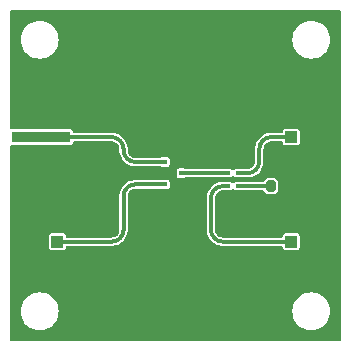
<source format=gbr>
%TF.GenerationSoftware,KiCad,Pcbnew,(7.0.0)*%
%TF.CreationDate,2023-03-22T16:07:59+00:00*%
%TF.ProjectId,B3LPD,42334c50-442e-46b6-9963-61645f706362,rev?*%
%TF.SameCoordinates,Original*%
%TF.FileFunction,Copper,L1,Top*%
%TF.FilePolarity,Positive*%
%FSLAX46Y46*%
G04 Gerber Fmt 4.6, Leading zero omitted, Abs format (unit mm)*
G04 Created by KiCad (PCBNEW (7.0.0)) date 2023-03-22 16:07:59*
%MOMM*%
%LPD*%
G01*
G04 APERTURE LIST*
G04 Aperture macros list*
%AMRoundRect*
0 Rectangle with rounded corners*
0 $1 Rounding radius*
0 $2 $3 $4 $5 $6 $7 $8 $9 X,Y pos of 4 corners*
0 Add a 4 corners polygon primitive as box body*
4,1,4,$2,$3,$4,$5,$6,$7,$8,$9,$2,$3,0*
0 Add four circle primitives for the rounded corners*
1,1,$1+$1,$2,$3*
1,1,$1+$1,$4,$5*
1,1,$1+$1,$6,$7*
1,1,$1+$1,$8,$9*
0 Add four rect primitives between the rounded corners*
20,1,$1+$1,$2,$3,$4,$5,0*
20,1,$1+$1,$4,$5,$6,$7,0*
20,1,$1+$1,$6,$7,$8,$9,0*
20,1,$1+$1,$8,$9,$2,$3,0*%
%AMOutline5P*
0 Free polygon, 5 corners , with rotation*
0 The origin of the aperture is its center*
0 number of corners: always 5*
0 $1 to $10 corner X, Y*
0 $11 Rotation angle, in degrees counterclockwise*
0 create outline with 5 corners*
4,1,5,$1,$2,$3,$4,$5,$6,$7,$8,$9,$10,$1,$2,$11*%
%AMOutline6P*
0 Free polygon, 6 corners , with rotation*
0 The origin of the aperture is its center*
0 number of corners: always 6*
0 $1 to $12 corner X, Y*
0 $13 Rotation angle, in degrees counterclockwise*
0 create outline with 6 corners*
4,1,6,$1,$2,$3,$4,$5,$6,$7,$8,$9,$10,$11,$12,$1,$2,$13*%
%AMOutline7P*
0 Free polygon, 7 corners , with rotation*
0 The origin of the aperture is its center*
0 number of corners: always 7*
0 $1 to $14 corner X, Y*
0 $15 Rotation angle, in degrees counterclockwise*
0 create outline with 7 corners*
4,1,7,$1,$2,$3,$4,$5,$6,$7,$8,$9,$10,$11,$12,$13,$14,$1,$2,$15*%
%AMOutline8P*
0 Free polygon, 8 corners , with rotation*
0 The origin of the aperture is its center*
0 number of corners: always 8*
0 $1 to $16 corner X, Y*
0 $17 Rotation angle, in degrees counterclockwise*
0 create outline with 8 corners*
4,1,8,$1,$2,$3,$4,$5,$6,$7,$8,$9,$10,$11,$12,$13,$14,$15,$16,$1,$2,$17*%
G04 Aperture macros list end*
%TA.AperFunction,SMDPad,CuDef*%
%ADD10R,1.000000X1.000000*%
%TD*%
%TA.AperFunction,SMDPad,CuDef*%
%ADD11R,2.200000X1.050000*%
%TD*%
%TA.AperFunction,SMDPad,CuDef*%
%ADD12RoundRect,0.200000X-0.200000X-0.275000X0.200000X-0.275000X0.200000X0.275000X-0.200000X0.275000X0*%
%TD*%
%TA.AperFunction,SMDPad,CuDef*%
%ADD13R,5.000000X0.900000*%
%TD*%
%TA.AperFunction,SMDPad,CuDef*%
%ADD14R,5.000000X1.400000*%
%TD*%
%TA.AperFunction,SMDPad,CuDef*%
%ADD15R,0.400000X0.400000*%
%TD*%
%TA.AperFunction,SMDPad,CuDef*%
%ADD16Outline5P,-0.053500X0.428600X-0.032100X0.450000X0.053500X0.450000X0.053500X-0.450000X-0.053500X-0.450000X0.000000*%
%TD*%
%TA.AperFunction,SMDPad,CuDef*%
%ADD17R,0.500000X0.300000*%
%TD*%
%TA.AperFunction,ViaPad*%
%ADD18C,0.500000*%
%TD*%
%TA.AperFunction,ViaPad*%
%ADD19C,0.800000*%
%TD*%
%TA.AperFunction,Conductor*%
%ADD20C,0.300000*%
%TD*%
G04 APERTURE END LIST*
D10*
%TO.P,J4,1,In*%
%TO.N,Net-(J4-In)*%
X117499999Y-86549999D03*
D11*
%TO.P,J4,2,Ext*%
%TO.N,GND*%
X118899999Y-88024999D03*
X118999999Y-85074999D03*
%TD*%
D10*
%TO.P,J3,1,In*%
%TO.N,Net-(J3-In)*%
X117499999Y-95399999D03*
D11*
%TO.P,J3,2,Ext*%
%TO.N,GND*%
X118899999Y-96874999D03*
X118999999Y-93924999D03*
%TD*%
D12*
%TO.P,R1,1*%
%TO.N,Net-(U2-TERM)*%
X115775000Y-90700000D03*
%TO.P,R1,2*%
%TO.N,GND*%
X117425000Y-90700000D03*
%TD*%
D13*
%TO.P,J1,1,In*%
%TO.N,Net-(J1-In)*%
X96299999Y-86549999D03*
D14*
%TO.P,J1,2,Ext*%
%TO.N,GND*%
X96299999Y-82299999D03*
X96299999Y-90799999D03*
%TD*%
D10*
%TO.P,J2,1,In*%
%TO.N,Net-(J2-In)*%
X97699999Y-95399999D03*
D11*
%TO.P,J2,2,Ext*%
%TO.N,GND*%
X96299999Y-93924999D03*
X96199999Y-96874999D03*
%TD*%
D15*
%TO.P,U1,1,B3_DL*%
%TO.N,Net-(J1-In)*%
X106799999Y-88649999D03*
%TO.P,U1,2,GND*%
%TO.N,GND*%
X106799999Y-89599999D03*
%TO.P,U1,3,B3_UL*%
%TO.N,Net-(J2-In)*%
X106799999Y-90549999D03*
%TO.P,U1,4,GND*%
%TO.N,GND*%
X107499999Y-90549999D03*
%TO.P,U1,5,GND*%
X108199999Y-90549999D03*
%TO.P,U1,6,ANT*%
%TO.N,Net-(U1-ANT)*%
X108199999Y-89599999D03*
%TO.P,U1,7,GND*%
%TO.N,GND*%
X108199999Y-88649999D03*
%TO.P,U1,8,GND*%
X107499999Y-88649999D03*
D16*
%TO.P,U1,9,GND*%
X107499999Y-89599999D03*
%TD*%
D17*
%TO.P,U2,1,IN*%
%TO.N,Net-(U1-ANT)*%
X112099999Y-89599999D03*
%TO.P,U2,2,GND*%
%TO.N,GND*%
X112099999Y-90149999D03*
%TO.P,U2,3,OUT*%
%TO.N,Net-(J3-In)*%
X112099999Y-90699999D03*
%TO.P,U2,4,TERM*%
%TO.N,Net-(U2-TERM)*%
X113099999Y-90699999D03*
%TO.P,U2,5,GND*%
%TO.N,GND*%
X113099999Y-90149999D03*
%TO.P,U2,6,CPL*%
%TO.N,Net-(J4-In)*%
X113099999Y-89599999D03*
%TD*%
D18*
%TO.N,GND*%
X103100000Y-98900000D03*
X112300000Y-99400000D03*
X107600000Y-96600000D03*
X107500000Y-93600000D03*
X108200000Y-91300000D03*
X108200000Y-87900000D03*
X103700000Y-82000000D03*
X111200000Y-82100000D03*
X111100000Y-86400000D03*
X107400000Y-85900000D03*
X95800000Y-87700000D03*
X95800000Y-85559397D03*
X97200000Y-87700000D03*
X97200000Y-85559397D03*
X98400000Y-87700000D03*
X98400000Y-85559397D03*
X113801204Y-87500935D03*
D19*
X118900000Y-98200000D03*
D18*
X102577166Y-90536443D03*
X103286443Y-89827166D03*
X102300000Y-93500000D03*
X101400000Y-85559397D03*
D19*
X106200000Y-78800000D03*
D18*
X102300000Y-92500000D03*
X102577165Y-88663553D03*
D19*
X111200000Y-78800000D03*
D18*
X115522828Y-89613561D03*
X116340000Y-96400000D03*
X111701150Y-93000000D03*
X109701204Y-91650935D03*
X102250925Y-94401205D03*
X98825000Y-94400000D03*
X102301205Y-87699065D03*
X100400000Y-85559397D03*
X114080000Y-94400000D03*
X115220000Y-94400000D03*
X104298795Y-94449065D03*
D19*
X118900000Y-89300000D03*
D18*
X111749065Y-91698796D03*
X112940000Y-94400000D03*
D19*
X111200000Y-101300000D03*
D18*
X105550000Y-89650000D03*
X114437500Y-91700000D03*
X99950000Y-94400000D03*
D19*
X116200000Y-83800000D03*
D18*
X115801150Y-87551150D03*
X100000000Y-96400000D03*
X109701205Y-94449065D03*
D19*
X116200000Y-101300000D03*
D18*
X105600000Y-87650000D03*
X109701205Y-93000000D03*
X103313561Y-96122828D03*
D19*
X119000000Y-92600000D03*
D18*
X104250925Y-89648795D03*
X104200000Y-87000000D03*
X101400000Y-87700000D03*
X110686438Y-96122828D03*
D19*
X96200000Y-98200000D03*
D18*
X105300000Y-91551150D03*
X103763711Y-86188605D03*
X109500000Y-88600000D03*
D19*
X101200000Y-78800000D03*
D18*
X104022833Y-95413553D03*
X102493624Y-85559397D03*
X104349074Y-87651205D03*
X115798795Y-88649075D03*
X110800000Y-88600000D03*
X109977165Y-95413553D03*
X109977166Y-90686443D03*
X114020000Y-96400000D03*
X111701151Y-94398850D03*
X115750935Y-85551204D03*
X113798850Y-88598849D03*
D19*
X118500000Y-90700000D03*
D18*
X104298795Y-93500000D03*
X112100000Y-88600000D03*
D19*
X101200000Y-101300000D03*
D18*
X102301204Y-91500935D03*
X101150000Y-96400000D03*
X115775000Y-91700000D03*
X115180000Y-96400000D03*
X116360000Y-94400000D03*
X100400000Y-87700000D03*
X114077166Y-86536443D03*
X112860000Y-96400000D03*
D19*
X119000000Y-83800000D03*
D18*
X114786443Y-85827166D03*
X104298795Y-92500000D03*
X102349075Y-96398795D03*
X104301150Y-91551150D03*
X111650925Y-96398795D03*
X98850000Y-96400000D03*
D19*
X116200000Y-78800000D03*
D18*
X113100000Y-91700000D03*
X101075000Y-94400000D03*
D19*
X106200000Y-101300000D03*
%TD*%
D20*
%TO.N,Net-(J1-In)*%
X104300000Y-88650000D02*
X106800000Y-88650000D01*
X102300000Y-86550000D02*
X96300000Y-86550000D01*
X103300000Y-87550000D02*
X103300000Y-87650000D01*
X103300000Y-87550000D02*
G75*
G03*
X102300000Y-86550000I-1000000J0D01*
G01*
X103300000Y-87650000D02*
G75*
G03*
X104300000Y-88650000I1000000J0D01*
G01*
%TO.N,Net-(J2-In)*%
X102300000Y-95400000D02*
X97700000Y-95400000D01*
X104300000Y-90550000D02*
X106800000Y-90550000D01*
X103300000Y-91550000D02*
X103300000Y-94400000D01*
X104300000Y-90550000D02*
G75*
G03*
X103300000Y-91550000I0J-1000000D01*
G01*
X102300000Y-95400000D02*
G75*
G03*
X103300000Y-94400000I0J1000000D01*
G01*
%TO.N,Net-(J3-In)*%
X111700000Y-95400000D02*
X117500000Y-95400000D01*
X110700000Y-94400000D02*
X110700000Y-91700000D01*
X112100000Y-90700000D02*
X111700000Y-90700000D01*
X110700000Y-94400000D02*
G75*
G03*
X111700000Y-95400000I1000000J0D01*
G01*
X111700000Y-90700000D02*
G75*
G03*
X110700000Y-91700000I0J-1000000D01*
G01*
%TO.N,Net-(J4-In)*%
X114800000Y-87550000D02*
X114800000Y-88600000D01*
X115800000Y-86550000D02*
X117500000Y-86550000D01*
X113800000Y-89600000D02*
X113100000Y-89600000D01*
X113800000Y-89600000D02*
G75*
G03*
X114800000Y-88600000I0J1000000D01*
G01*
X115800000Y-86550000D02*
G75*
G03*
X114800000Y-87550000I0J-1000000D01*
G01*
%TO.N,Net-(U2-TERM)*%
X113100000Y-90700000D02*
X115775000Y-90700000D01*
%TO.N,Net-(U1-ANT)*%
X108200000Y-89600000D02*
X112100000Y-89600000D01*
%TD*%
%TA.AperFunction,Conductor*%
%TO.N,GND*%
G36*
X121637500Y-75817113D02*
G01*
X121682887Y-75862500D01*
X121699500Y-75924500D01*
X121699500Y-103675500D01*
X121682887Y-103737500D01*
X121637500Y-103782887D01*
X121575500Y-103799500D01*
X93824500Y-103799500D01*
X93762500Y-103782887D01*
X93717113Y-103737500D01*
X93700500Y-103675500D01*
X93700500Y-101300000D01*
X94594551Y-101300000D01*
X94614317Y-101551148D01*
X94615452Y-101555877D01*
X94615453Y-101555881D01*
X94671989Y-101791374D01*
X94671991Y-101791382D01*
X94673127Y-101796111D01*
X94769534Y-102028859D01*
X94772081Y-102033016D01*
X94772082Y-102033017D01*
X94898617Y-102239504D01*
X94898622Y-102239511D01*
X94901164Y-102243659D01*
X94904324Y-102247358D01*
X94904327Y-102247363D01*
X95061615Y-102431523D01*
X95064776Y-102435224D01*
X95256341Y-102598836D01*
X95260491Y-102601379D01*
X95260495Y-102601382D01*
X95372300Y-102669896D01*
X95471141Y-102730466D01*
X95703889Y-102826873D01*
X95948852Y-102885683D01*
X96137118Y-102900500D01*
X96260437Y-102900500D01*
X96262882Y-102900500D01*
X96451148Y-102885683D01*
X96696111Y-102826873D01*
X96928859Y-102730466D01*
X97143659Y-102598836D01*
X97335224Y-102435224D01*
X97498836Y-102243659D01*
X97630466Y-102028859D01*
X97726873Y-101796111D01*
X97785683Y-101551148D01*
X97805449Y-101300000D01*
X117594551Y-101300000D01*
X117614317Y-101551148D01*
X117615452Y-101555877D01*
X117615453Y-101555881D01*
X117671989Y-101791374D01*
X117671991Y-101791382D01*
X117673127Y-101796111D01*
X117769534Y-102028859D01*
X117772081Y-102033016D01*
X117772082Y-102033017D01*
X117898617Y-102239504D01*
X117898622Y-102239511D01*
X117901164Y-102243659D01*
X117904324Y-102247358D01*
X117904327Y-102247363D01*
X118061615Y-102431523D01*
X118064776Y-102435224D01*
X118256341Y-102598836D01*
X118260491Y-102601379D01*
X118260495Y-102601382D01*
X118372300Y-102669896D01*
X118471141Y-102730466D01*
X118703889Y-102826873D01*
X118948852Y-102885683D01*
X119137118Y-102900500D01*
X119260437Y-102900500D01*
X119262882Y-102900500D01*
X119451148Y-102885683D01*
X119696111Y-102826873D01*
X119928859Y-102730466D01*
X120143659Y-102598836D01*
X120335224Y-102435224D01*
X120498836Y-102243659D01*
X120630466Y-102028859D01*
X120726873Y-101796111D01*
X120785683Y-101551148D01*
X120805449Y-101300000D01*
X120785683Y-101048852D01*
X120726873Y-100803889D01*
X120630466Y-100571141D01*
X120498836Y-100356341D01*
X120335224Y-100164776D01*
X120331523Y-100161615D01*
X120147363Y-100004327D01*
X120147358Y-100004324D01*
X120143659Y-100001164D01*
X120139511Y-99998622D01*
X120139504Y-99998617D01*
X119933017Y-99872082D01*
X119933016Y-99872081D01*
X119928859Y-99869534D01*
X119696111Y-99773127D01*
X119691382Y-99771991D01*
X119691374Y-99771989D01*
X119455881Y-99715453D01*
X119455877Y-99715452D01*
X119451148Y-99714317D01*
X119446295Y-99713935D01*
X119265316Y-99699691D01*
X119265301Y-99699690D01*
X119262882Y-99699500D01*
X119137118Y-99699500D01*
X119134699Y-99699690D01*
X119134683Y-99699691D01*
X118953704Y-99713935D01*
X118953702Y-99713935D01*
X118948852Y-99714317D01*
X118944124Y-99715451D01*
X118944118Y-99715453D01*
X118708625Y-99771989D01*
X118708613Y-99771992D01*
X118703889Y-99773127D01*
X118699392Y-99774989D01*
X118699388Y-99774991D01*
X118475645Y-99867668D01*
X118475640Y-99867670D01*
X118471141Y-99869534D01*
X118466988Y-99872078D01*
X118466982Y-99872082D01*
X118260495Y-99998617D01*
X118260482Y-99998626D01*
X118256341Y-100001164D01*
X118252646Y-100004319D01*
X118252636Y-100004327D01*
X118068476Y-100161615D01*
X118068469Y-100161621D01*
X118064776Y-100164776D01*
X118061621Y-100168469D01*
X118061615Y-100168476D01*
X117904327Y-100352636D01*
X117904319Y-100352646D01*
X117901164Y-100356341D01*
X117898626Y-100360482D01*
X117898617Y-100360495D01*
X117772082Y-100566982D01*
X117772078Y-100566988D01*
X117769534Y-100571141D01*
X117673127Y-100803889D01*
X117671992Y-100808613D01*
X117671989Y-100808625D01*
X117615453Y-101044118D01*
X117615451Y-101044124D01*
X117614317Y-101048852D01*
X117594551Y-101300000D01*
X97805449Y-101300000D01*
X97785683Y-101048852D01*
X97726873Y-100803889D01*
X97630466Y-100571141D01*
X97498836Y-100356341D01*
X97335224Y-100164776D01*
X97331523Y-100161615D01*
X97147363Y-100004327D01*
X97147358Y-100004324D01*
X97143659Y-100001164D01*
X97139511Y-99998622D01*
X97139504Y-99998617D01*
X96933017Y-99872082D01*
X96933016Y-99872081D01*
X96928859Y-99869534D01*
X96696111Y-99773127D01*
X96691382Y-99771991D01*
X96691374Y-99771989D01*
X96455881Y-99715453D01*
X96455877Y-99715452D01*
X96451148Y-99714317D01*
X96446295Y-99713935D01*
X96265316Y-99699691D01*
X96265301Y-99699690D01*
X96262882Y-99699500D01*
X96137118Y-99699500D01*
X96134699Y-99699690D01*
X96134683Y-99699691D01*
X95953704Y-99713935D01*
X95953702Y-99713935D01*
X95948852Y-99714317D01*
X95944124Y-99715451D01*
X95944118Y-99715453D01*
X95708625Y-99771989D01*
X95708613Y-99771992D01*
X95703889Y-99773127D01*
X95699392Y-99774989D01*
X95699388Y-99774991D01*
X95475645Y-99867668D01*
X95475640Y-99867670D01*
X95471141Y-99869534D01*
X95466988Y-99872078D01*
X95466982Y-99872082D01*
X95260495Y-99998617D01*
X95260482Y-99998626D01*
X95256341Y-100001164D01*
X95252646Y-100004319D01*
X95252636Y-100004327D01*
X95068476Y-100161615D01*
X95068469Y-100161621D01*
X95064776Y-100164776D01*
X95061621Y-100168469D01*
X95061615Y-100168476D01*
X94904327Y-100352636D01*
X94904319Y-100352646D01*
X94901164Y-100356341D01*
X94898626Y-100360482D01*
X94898617Y-100360495D01*
X94772082Y-100566982D01*
X94772078Y-100566988D01*
X94769534Y-100571141D01*
X94673127Y-100803889D01*
X94671992Y-100808613D01*
X94671989Y-100808625D01*
X94615453Y-101044118D01*
X94615451Y-101044124D01*
X94614317Y-101048852D01*
X94594551Y-101300000D01*
X93700500Y-101300000D01*
X93700500Y-95919748D01*
X96999500Y-95919748D01*
X97011133Y-95978231D01*
X97055448Y-96044552D01*
X97121769Y-96088867D01*
X97180252Y-96100500D01*
X98213652Y-96100500D01*
X98219748Y-96100500D01*
X98278231Y-96088867D01*
X98344552Y-96044552D01*
X98388867Y-95978231D01*
X98400500Y-95919748D01*
X98400500Y-95874500D01*
X98417113Y-95812500D01*
X98462500Y-95767113D01*
X98524500Y-95750500D01*
X102401409Y-95750500D01*
X102406287Y-95750500D01*
X102616243Y-95717246D01*
X102818412Y-95651557D01*
X103007816Y-95555051D01*
X103179792Y-95430104D01*
X103330104Y-95279792D01*
X103455051Y-95107816D01*
X103551557Y-94918412D01*
X103617246Y-94716243D01*
X103650500Y-94506287D01*
X110349500Y-94506287D01*
X110350262Y-94511101D01*
X110350263Y-94511107D01*
X110357645Y-94557714D01*
X110382754Y-94716243D01*
X110384257Y-94720871D01*
X110384258Y-94720872D01*
X110446936Y-94913776D01*
X110446939Y-94913783D01*
X110448443Y-94918412D01*
X110544949Y-95107816D01*
X110669896Y-95279792D01*
X110820208Y-95430104D01*
X110992184Y-95555051D01*
X111181588Y-95651557D01*
X111383757Y-95717246D01*
X111593713Y-95750500D01*
X111641512Y-95750500D01*
X111700000Y-95750500D01*
X111755514Y-95750500D01*
X116675500Y-95750500D01*
X116737500Y-95767113D01*
X116782887Y-95812500D01*
X116799500Y-95874500D01*
X116799500Y-95919748D01*
X116811133Y-95978231D01*
X116855448Y-96044552D01*
X116921769Y-96088867D01*
X116980252Y-96100500D01*
X118013652Y-96100500D01*
X118019748Y-96100500D01*
X118078231Y-96088867D01*
X118144552Y-96044552D01*
X118188867Y-95978231D01*
X118200500Y-95919748D01*
X118200500Y-94880252D01*
X118188867Y-94821769D01*
X118144552Y-94755448D01*
X118078231Y-94711133D01*
X118066253Y-94708750D01*
X118066252Y-94708750D01*
X118025728Y-94700689D01*
X118025723Y-94700688D01*
X118019748Y-94699500D01*
X116980252Y-94699500D01*
X116974277Y-94700688D01*
X116974271Y-94700689D01*
X116933747Y-94708750D01*
X116933745Y-94708750D01*
X116921769Y-94711133D01*
X116911618Y-94717915D01*
X116911615Y-94717917D01*
X116865601Y-94748663D01*
X116865598Y-94748665D01*
X116855448Y-94755448D01*
X116848665Y-94765598D01*
X116848663Y-94765601D01*
X116817917Y-94811615D01*
X116817915Y-94811618D01*
X116811133Y-94821769D01*
X116808750Y-94833745D01*
X116808750Y-94833747D01*
X116800689Y-94874271D01*
X116800688Y-94874277D01*
X116799500Y-94880252D01*
X116799500Y-94886348D01*
X116799500Y-94925500D01*
X116782887Y-94987500D01*
X116737500Y-95032887D01*
X116675500Y-95049500D01*
X111706960Y-95049500D01*
X111693078Y-95048720D01*
X111645085Y-95043312D01*
X111569356Y-95034780D01*
X111542285Y-95028601D01*
X111431379Y-94989793D01*
X111406363Y-94977746D01*
X111306873Y-94915233D01*
X111285163Y-94897920D01*
X111202079Y-94814836D01*
X111184766Y-94793126D01*
X111161092Y-94755448D01*
X111122251Y-94693632D01*
X111110208Y-94668624D01*
X111071397Y-94557710D01*
X111065220Y-94530646D01*
X111051279Y-94406922D01*
X111050500Y-94393040D01*
X111050500Y-91706960D01*
X111051280Y-91693077D01*
X111057090Y-91641512D01*
X111065220Y-91569351D01*
X111071396Y-91542291D01*
X111110209Y-91431371D01*
X111122249Y-91406370D01*
X111184769Y-91306868D01*
X111202075Y-91285167D01*
X111285167Y-91202075D01*
X111306868Y-91184769D01*
X111406370Y-91122249D01*
X111431371Y-91110209D01*
X111542291Y-91071396D01*
X111569351Y-91065220D01*
X111693077Y-91051279D01*
X111706960Y-91050500D01*
X112363652Y-91050500D01*
X112369748Y-91050500D01*
X112428231Y-91038867D01*
X112494552Y-90994552D01*
X112501337Y-90984397D01*
X112509973Y-90975762D01*
X112511771Y-90977560D01*
X112541547Y-90950574D01*
X112600000Y-90935932D01*
X112658453Y-90950574D01*
X112688228Y-90977560D01*
X112690027Y-90975762D01*
X112698663Y-90984398D01*
X112705448Y-90994552D01*
X112771769Y-91038867D01*
X112830252Y-91050500D01*
X113041512Y-91050500D01*
X113369748Y-91050500D01*
X115087990Y-91050500D01*
X115152780Y-91068773D01*
X115198475Y-91118205D01*
X115236177Y-91192200D01*
X115246950Y-91213342D01*
X115336658Y-91303050D01*
X115449696Y-91360646D01*
X115543481Y-91375500D01*
X116006518Y-91375499D01*
X116100304Y-91360646D01*
X116213342Y-91303050D01*
X116303050Y-91213342D01*
X116360646Y-91100304D01*
X116375500Y-91006519D01*
X116375499Y-90393482D01*
X116360646Y-90299696D01*
X116346416Y-90271769D01*
X116332542Y-90244540D01*
X116303050Y-90186658D01*
X116213342Y-90096950D01*
X116100304Y-90039354D01*
X116090667Y-90037827D01*
X116090662Y-90037826D01*
X116011339Y-90025263D01*
X116011333Y-90025262D01*
X116006519Y-90024500D01*
X116001640Y-90024500D01*
X115548352Y-90024500D01*
X115548339Y-90024500D01*
X115543482Y-90024501D01*
X115538680Y-90025261D01*
X115538673Y-90025262D01*
X115459331Y-90037828D01*
X115459330Y-90037828D01*
X115449696Y-90039354D01*
X115441010Y-90043779D01*
X115441003Y-90043782D01*
X115345353Y-90092519D01*
X115345349Y-90092521D01*
X115336658Y-90096950D01*
X115329759Y-90103848D01*
X115329756Y-90103851D01*
X115253851Y-90179756D01*
X115253848Y-90179759D01*
X115246950Y-90186658D01*
X115242521Y-90195349D01*
X115242519Y-90195353D01*
X115198475Y-90281795D01*
X115152780Y-90331227D01*
X115087990Y-90349500D01*
X113369748Y-90349500D01*
X112830252Y-90349500D01*
X112824277Y-90350688D01*
X112824271Y-90350689D01*
X112783747Y-90358750D01*
X112783745Y-90358750D01*
X112771769Y-90361133D01*
X112761618Y-90367915D01*
X112761615Y-90367917D01*
X112715601Y-90398663D01*
X112715598Y-90398665D01*
X112705448Y-90405448D01*
X112698664Y-90415600D01*
X112690027Y-90424238D01*
X112688229Y-90422440D01*
X112658446Y-90449429D01*
X112600000Y-90464067D01*
X112541554Y-90449429D01*
X112511770Y-90422440D01*
X112509973Y-90424238D01*
X112501336Y-90415601D01*
X112494552Y-90405448D01*
X112483932Y-90398352D01*
X112438384Y-90367917D01*
X112438383Y-90367916D01*
X112428231Y-90361133D01*
X112416253Y-90358750D01*
X112416252Y-90358750D01*
X112375728Y-90350689D01*
X112375723Y-90350688D01*
X112369748Y-90349500D01*
X112158488Y-90349500D01*
X111755514Y-90349500D01*
X111700000Y-90349500D01*
X111593713Y-90349500D01*
X111588899Y-90350262D01*
X111588892Y-90350263D01*
X111388567Y-90381992D01*
X111388564Y-90381992D01*
X111383757Y-90382754D01*
X111379131Y-90384256D01*
X111379127Y-90384258D01*
X111186223Y-90446936D01*
X111186211Y-90446940D01*
X111181588Y-90448443D01*
X111177249Y-90450653D01*
X111177246Y-90450655D01*
X110996529Y-90542735D01*
X110992184Y-90544949D01*
X110988244Y-90547811D01*
X110988235Y-90547817D01*
X110824153Y-90667029D01*
X110824146Y-90667034D01*
X110820208Y-90669896D01*
X110816765Y-90673338D01*
X110816759Y-90673344D01*
X110673344Y-90816759D01*
X110673338Y-90816765D01*
X110669896Y-90820208D01*
X110667034Y-90824146D01*
X110667029Y-90824153D01*
X110547817Y-90988235D01*
X110547811Y-90988244D01*
X110544949Y-90992184D01*
X110542735Y-90996527D01*
X110542735Y-90996529D01*
X110467064Y-91145043D01*
X110448443Y-91181588D01*
X110446940Y-91186211D01*
X110446936Y-91186223D01*
X110384258Y-91379127D01*
X110382754Y-91383757D01*
X110381992Y-91388564D01*
X110381992Y-91388567D01*
X110350263Y-91588892D01*
X110350262Y-91588899D01*
X110349500Y-91593713D01*
X110349500Y-91641512D01*
X110349500Y-94344486D01*
X110349500Y-94400000D01*
X110349500Y-94506287D01*
X103650500Y-94506287D01*
X103650500Y-94400000D01*
X103650500Y-94344486D01*
X103650500Y-91556960D01*
X103651280Y-91543077D01*
X103657090Y-91491512D01*
X103665220Y-91419351D01*
X103671396Y-91392291D01*
X103710209Y-91281371D01*
X103722249Y-91256370D01*
X103784769Y-91156868D01*
X103802075Y-91135167D01*
X103885167Y-91052075D01*
X103906868Y-91034769D01*
X104006370Y-90972249D01*
X104031371Y-90960209D01*
X104142291Y-90921396D01*
X104169351Y-90915220D01*
X104293077Y-90901279D01*
X104306960Y-90900500D01*
X104355514Y-90900500D01*
X106426733Y-90900500D01*
X106462729Y-90905839D01*
X106495624Y-90921398D01*
X106511611Y-90932080D01*
X106511613Y-90932080D01*
X106521769Y-90938867D01*
X106580252Y-90950500D01*
X107013652Y-90950500D01*
X107019748Y-90950500D01*
X107078231Y-90938867D01*
X107144552Y-90894552D01*
X107188867Y-90828231D01*
X107200500Y-90769748D01*
X107200500Y-90330252D01*
X107188867Y-90271769D01*
X107144552Y-90205448D01*
X107078231Y-90161133D01*
X107066253Y-90158750D01*
X107066252Y-90158750D01*
X107025728Y-90150689D01*
X107025723Y-90150688D01*
X107019748Y-90149500D01*
X106580252Y-90149500D01*
X106574277Y-90150688D01*
X106574271Y-90150689D01*
X106533749Y-90158749D01*
X106533744Y-90158750D01*
X106521769Y-90161133D01*
X106511616Y-90167916D01*
X106511611Y-90167919D01*
X106495624Y-90178602D01*
X106462729Y-90194161D01*
X106426733Y-90199500D01*
X104355514Y-90199500D01*
X104300000Y-90199500D01*
X104193713Y-90199500D01*
X104188899Y-90200262D01*
X104188892Y-90200263D01*
X103988567Y-90231992D01*
X103988564Y-90231992D01*
X103983757Y-90232754D01*
X103979131Y-90234256D01*
X103979127Y-90234258D01*
X103786223Y-90296936D01*
X103786211Y-90296940D01*
X103781588Y-90298443D01*
X103777249Y-90300653D01*
X103777246Y-90300655D01*
X103616118Y-90382754D01*
X103592184Y-90394949D01*
X103588244Y-90397811D01*
X103588235Y-90397817D01*
X103424153Y-90517029D01*
X103424146Y-90517034D01*
X103420208Y-90519896D01*
X103416765Y-90523338D01*
X103416759Y-90523344D01*
X103273344Y-90666759D01*
X103273338Y-90666765D01*
X103269896Y-90670208D01*
X103267034Y-90674146D01*
X103267029Y-90674153D01*
X103147817Y-90838235D01*
X103147811Y-90838244D01*
X103144949Y-90842184D01*
X103142735Y-90846527D01*
X103142735Y-90846529D01*
X103067314Y-90994552D01*
X103048443Y-91031588D01*
X103046940Y-91036211D01*
X103046936Y-91036223D01*
X102989387Y-91213342D01*
X102982754Y-91233757D01*
X102981992Y-91238564D01*
X102981992Y-91238567D01*
X102950263Y-91438892D01*
X102950262Y-91438899D01*
X102949500Y-91443713D01*
X102949500Y-91448591D01*
X102949500Y-94393040D01*
X102948720Y-94406924D01*
X102934780Y-94530643D01*
X102928601Y-94557714D01*
X102889793Y-94668620D01*
X102877746Y-94693636D01*
X102815233Y-94793126D01*
X102797920Y-94814836D01*
X102714836Y-94897920D01*
X102693126Y-94915233D01*
X102593636Y-94977746D01*
X102568620Y-94989793D01*
X102457714Y-95028601D01*
X102430643Y-95034780D01*
X102343106Y-95044643D01*
X102306921Y-95048720D01*
X102293040Y-95049500D01*
X98524500Y-95049500D01*
X98462500Y-95032887D01*
X98417113Y-94987500D01*
X98400500Y-94925500D01*
X98400500Y-94886348D01*
X98400500Y-94880252D01*
X98388867Y-94821769D01*
X98344552Y-94755448D01*
X98278231Y-94711133D01*
X98266253Y-94708750D01*
X98266252Y-94708750D01*
X98225728Y-94700689D01*
X98225723Y-94700688D01*
X98219748Y-94699500D01*
X97180252Y-94699500D01*
X97174277Y-94700688D01*
X97174271Y-94700689D01*
X97133747Y-94708750D01*
X97133745Y-94708750D01*
X97121769Y-94711133D01*
X97111618Y-94717915D01*
X97111615Y-94717917D01*
X97065601Y-94748663D01*
X97065598Y-94748665D01*
X97055448Y-94755448D01*
X97048665Y-94765598D01*
X97048663Y-94765601D01*
X97017917Y-94811615D01*
X97017915Y-94811618D01*
X97011133Y-94821769D01*
X97008750Y-94833745D01*
X97008750Y-94833747D01*
X97000689Y-94874271D01*
X97000688Y-94874277D01*
X96999500Y-94880252D01*
X96999500Y-95919748D01*
X93700500Y-95919748D01*
X93700500Y-89819748D01*
X107799500Y-89819748D01*
X107800688Y-89825723D01*
X107800689Y-89825728D01*
X107808750Y-89866252D01*
X107811133Y-89878231D01*
X107817916Y-89888383D01*
X107817917Y-89888384D01*
X107847115Y-89932082D01*
X107855448Y-89944552D01*
X107921769Y-89988867D01*
X107980252Y-90000500D01*
X108413652Y-90000500D01*
X108419748Y-90000500D01*
X108478231Y-89988867D01*
X108490749Y-89980502D01*
X108504376Y-89971398D01*
X108537271Y-89955839D01*
X108573267Y-89950500D01*
X112363652Y-89950500D01*
X112369748Y-89950500D01*
X112428231Y-89938867D01*
X112494552Y-89894552D01*
X112501337Y-89884397D01*
X112509973Y-89875762D01*
X112511771Y-89877560D01*
X112541547Y-89850574D01*
X112600000Y-89835932D01*
X112658453Y-89850574D01*
X112688228Y-89877560D01*
X112690027Y-89875762D01*
X112698663Y-89884398D01*
X112705448Y-89894552D01*
X112771769Y-89938867D01*
X112830252Y-89950500D01*
X113041512Y-89950500D01*
X113369748Y-89950500D01*
X113744486Y-89950500D01*
X113829040Y-89950500D01*
X113901409Y-89950500D01*
X113906287Y-89950500D01*
X114116243Y-89917246D01*
X114318412Y-89851557D01*
X114507816Y-89755051D01*
X114679792Y-89630104D01*
X114830104Y-89479792D01*
X114955051Y-89307816D01*
X115051557Y-89118412D01*
X115117246Y-88916243D01*
X115150500Y-88706287D01*
X115150500Y-88600000D01*
X115150500Y-88544486D01*
X115150500Y-87556960D01*
X115151280Y-87543077D01*
X115157090Y-87491512D01*
X115165220Y-87419351D01*
X115171396Y-87392291D01*
X115210209Y-87281371D01*
X115222249Y-87256370D01*
X115284769Y-87156868D01*
X115302075Y-87135167D01*
X115385167Y-87052075D01*
X115406868Y-87034769D01*
X115506370Y-86972249D01*
X115531371Y-86960209D01*
X115642291Y-86921396D01*
X115669351Y-86915220D01*
X115793077Y-86901279D01*
X115806960Y-86900500D01*
X115855514Y-86900500D01*
X116675500Y-86900500D01*
X116737500Y-86917113D01*
X116782887Y-86962500D01*
X116799500Y-87024500D01*
X116799500Y-87069748D01*
X116811133Y-87128231D01*
X116817916Y-87138383D01*
X116817917Y-87138384D01*
X116847115Y-87182082D01*
X116855448Y-87194552D01*
X116921769Y-87238867D01*
X116980252Y-87250500D01*
X118013652Y-87250500D01*
X118019748Y-87250500D01*
X118078231Y-87238867D01*
X118144552Y-87194552D01*
X118188867Y-87128231D01*
X118200500Y-87069748D01*
X118200500Y-86030252D01*
X118188867Y-85971769D01*
X118144552Y-85905448D01*
X118078231Y-85861133D01*
X118066253Y-85858750D01*
X118066252Y-85858750D01*
X118025728Y-85850689D01*
X118025723Y-85850688D01*
X118019748Y-85849500D01*
X116980252Y-85849500D01*
X116974277Y-85850688D01*
X116974271Y-85850689D01*
X116933747Y-85858750D01*
X116933745Y-85858750D01*
X116921769Y-85861133D01*
X116911618Y-85867915D01*
X116911615Y-85867917D01*
X116865601Y-85898663D01*
X116865598Y-85898665D01*
X116855448Y-85905448D01*
X116848665Y-85915598D01*
X116848663Y-85915601D01*
X116817917Y-85961615D01*
X116817915Y-85961618D01*
X116811133Y-85971769D01*
X116808750Y-85983745D01*
X116808750Y-85983747D01*
X116800689Y-86024271D01*
X116800688Y-86024277D01*
X116799500Y-86030252D01*
X116799500Y-86036348D01*
X116799500Y-86075500D01*
X116782887Y-86137500D01*
X116737500Y-86182887D01*
X116675500Y-86199500D01*
X115855514Y-86199500D01*
X115800000Y-86199500D01*
X115693713Y-86199500D01*
X115688899Y-86200262D01*
X115688892Y-86200263D01*
X115488567Y-86231992D01*
X115488564Y-86231992D01*
X115483757Y-86232754D01*
X115479131Y-86234256D01*
X115479127Y-86234258D01*
X115286223Y-86296936D01*
X115286211Y-86296940D01*
X115281588Y-86298443D01*
X115277249Y-86300653D01*
X115277246Y-86300655D01*
X115096529Y-86392735D01*
X115092184Y-86394949D01*
X115088244Y-86397811D01*
X115088235Y-86397817D01*
X114924153Y-86517029D01*
X114924146Y-86517034D01*
X114920208Y-86519896D01*
X114916765Y-86523338D01*
X114916759Y-86523344D01*
X114773344Y-86666759D01*
X114773338Y-86666765D01*
X114769896Y-86670208D01*
X114767034Y-86674146D01*
X114767029Y-86674153D01*
X114647817Y-86838235D01*
X114647811Y-86838244D01*
X114644949Y-86842184D01*
X114642735Y-86846527D01*
X114642735Y-86846529D01*
X114552055Y-87024500D01*
X114548443Y-87031588D01*
X114546940Y-87036211D01*
X114546936Y-87036223D01*
X114493288Y-87201336D01*
X114482754Y-87233757D01*
X114481992Y-87238564D01*
X114481992Y-87238567D01*
X114450263Y-87438892D01*
X114450262Y-87438899D01*
X114449500Y-87443713D01*
X114449500Y-87448591D01*
X114449500Y-88593040D01*
X114448720Y-88606924D01*
X114434780Y-88730643D01*
X114428601Y-88757714D01*
X114389793Y-88868620D01*
X114377746Y-88893636D01*
X114315233Y-88993126D01*
X114297920Y-89014836D01*
X114214836Y-89097920D01*
X114193126Y-89115233D01*
X114093636Y-89177746D01*
X114068620Y-89189793D01*
X113957714Y-89228601D01*
X113930643Y-89234780D01*
X113847386Y-89244161D01*
X113806921Y-89248720D01*
X113793040Y-89249500D01*
X113369748Y-89249500D01*
X112830252Y-89249500D01*
X112824277Y-89250688D01*
X112824271Y-89250689D01*
X112783747Y-89258750D01*
X112783745Y-89258750D01*
X112771769Y-89261133D01*
X112761618Y-89267915D01*
X112761615Y-89267917D01*
X112715601Y-89298663D01*
X112715598Y-89298665D01*
X112705448Y-89305448D01*
X112698664Y-89315600D01*
X112690027Y-89324238D01*
X112688229Y-89322440D01*
X112658446Y-89349429D01*
X112600000Y-89364067D01*
X112541554Y-89349429D01*
X112511770Y-89322440D01*
X112509973Y-89324238D01*
X112501336Y-89315601D01*
X112494552Y-89305448D01*
X112428231Y-89261133D01*
X112416253Y-89258750D01*
X112416252Y-89258750D01*
X112375728Y-89250689D01*
X112375723Y-89250688D01*
X112369748Y-89249500D01*
X112363652Y-89249500D01*
X108573267Y-89249500D01*
X108537271Y-89244161D01*
X108504376Y-89228602D01*
X108488388Y-89217919D01*
X108488384Y-89217917D01*
X108478231Y-89211133D01*
X108466253Y-89208750D01*
X108466250Y-89208749D01*
X108425728Y-89200689D01*
X108425723Y-89200688D01*
X108419748Y-89199500D01*
X107980252Y-89199500D01*
X107974277Y-89200688D01*
X107974271Y-89200689D01*
X107933747Y-89208750D01*
X107933745Y-89208750D01*
X107921769Y-89211133D01*
X107911618Y-89217915D01*
X107911615Y-89217917D01*
X107865601Y-89248663D01*
X107865598Y-89248665D01*
X107855448Y-89255448D01*
X107848665Y-89265598D01*
X107848663Y-89265601D01*
X107817917Y-89311615D01*
X107817915Y-89311618D01*
X107811133Y-89321769D01*
X107808750Y-89333745D01*
X107808750Y-89333747D01*
X107800689Y-89374271D01*
X107800688Y-89374277D01*
X107799500Y-89380252D01*
X107799500Y-89819748D01*
X93700500Y-89819748D01*
X93700500Y-87324500D01*
X93717113Y-87262500D01*
X93762500Y-87217113D01*
X93824500Y-87200500D01*
X98813652Y-87200500D01*
X98819748Y-87200500D01*
X98878231Y-87188867D01*
X98944552Y-87144552D01*
X98988867Y-87078231D01*
X99000500Y-87019748D01*
X99000500Y-87013652D01*
X99000629Y-87012343D01*
X99020931Y-86955608D01*
X99065580Y-86915141D01*
X99124032Y-86900500D01*
X102244486Y-86900500D01*
X102293040Y-86900500D01*
X102306922Y-86901279D01*
X102430646Y-86915220D01*
X102457710Y-86921397D01*
X102568624Y-86960208D01*
X102593632Y-86972251D01*
X102688068Y-87031588D01*
X102693126Y-87034766D01*
X102714836Y-87052079D01*
X102797920Y-87135163D01*
X102815233Y-87156873D01*
X102877746Y-87256363D01*
X102889793Y-87281379D01*
X102928601Y-87392285D01*
X102934780Y-87419356D01*
X102948720Y-87543076D01*
X102949500Y-87556960D01*
X102949500Y-87594486D01*
X102949500Y-87650000D01*
X102949500Y-87756287D01*
X102950262Y-87761101D01*
X102950263Y-87761107D01*
X102957645Y-87807714D01*
X102982754Y-87966243D01*
X102984257Y-87970871D01*
X102984258Y-87970872D01*
X103046936Y-88163776D01*
X103046939Y-88163783D01*
X103048443Y-88168412D01*
X103144949Y-88357816D01*
X103269896Y-88529792D01*
X103420208Y-88680104D01*
X103592184Y-88805051D01*
X103781588Y-88901557D01*
X103983757Y-88967246D01*
X104193713Y-89000500D01*
X104241512Y-89000500D01*
X104300000Y-89000500D01*
X104355514Y-89000500D01*
X106426733Y-89000500D01*
X106462729Y-89005839D01*
X106495624Y-89021398D01*
X106511611Y-89032080D01*
X106511613Y-89032080D01*
X106521769Y-89038867D01*
X106580252Y-89050500D01*
X107013652Y-89050500D01*
X107019748Y-89050500D01*
X107078231Y-89038867D01*
X107144552Y-88994552D01*
X107188867Y-88928231D01*
X107200500Y-88869748D01*
X107200500Y-88430252D01*
X107188867Y-88371769D01*
X107144552Y-88305448D01*
X107104373Y-88278601D01*
X107088384Y-88267917D01*
X107088383Y-88267916D01*
X107078231Y-88261133D01*
X107066253Y-88258750D01*
X107066252Y-88258750D01*
X107025728Y-88250689D01*
X107025723Y-88250688D01*
X107019748Y-88249500D01*
X106580252Y-88249500D01*
X106574277Y-88250688D01*
X106574271Y-88250689D01*
X106533749Y-88258749D01*
X106533744Y-88258750D01*
X106521769Y-88261133D01*
X106511616Y-88267916D01*
X106511611Y-88267919D01*
X106495624Y-88278602D01*
X106462729Y-88294161D01*
X106426733Y-88299500D01*
X104306960Y-88299500D01*
X104293078Y-88298720D01*
X104245085Y-88293312D01*
X104169356Y-88284780D01*
X104142285Y-88278601D01*
X104031379Y-88239793D01*
X104006363Y-88227746D01*
X103906873Y-88165233D01*
X103885163Y-88147920D01*
X103802079Y-88064836D01*
X103784766Y-88043126D01*
X103722251Y-87943632D01*
X103710208Y-87918624D01*
X103671397Y-87807710D01*
X103665220Y-87780646D01*
X103651279Y-87656922D01*
X103650500Y-87643040D01*
X103650500Y-87448591D01*
X103650500Y-87443713D01*
X103617246Y-87233757D01*
X103551557Y-87031588D01*
X103455051Y-86842184D01*
X103330104Y-86670208D01*
X103179792Y-86519896D01*
X103175846Y-86517029D01*
X103011764Y-86397817D01*
X103011760Y-86397815D01*
X103007816Y-86394949D01*
X102818412Y-86298443D01*
X102813783Y-86296939D01*
X102813776Y-86296936D01*
X102620872Y-86234258D01*
X102620871Y-86234257D01*
X102616243Y-86232754D01*
X102611432Y-86231992D01*
X102411107Y-86200263D01*
X102411101Y-86200262D01*
X102406287Y-86199500D01*
X102401409Y-86199500D01*
X99124032Y-86199500D01*
X99065580Y-86184859D01*
X99020931Y-86144392D01*
X99000629Y-86087657D01*
X99000500Y-86086348D01*
X99000500Y-86080252D01*
X98988867Y-86021769D01*
X98944552Y-85955448D01*
X98899500Y-85925345D01*
X98888384Y-85917917D01*
X98888383Y-85917916D01*
X98878231Y-85911133D01*
X98866253Y-85908750D01*
X98866252Y-85908750D01*
X98825728Y-85900689D01*
X98825723Y-85900688D01*
X98819748Y-85899500D01*
X93824500Y-85899500D01*
X93762500Y-85882887D01*
X93717113Y-85837500D01*
X93700500Y-85775500D01*
X93700500Y-78300000D01*
X94594551Y-78300000D01*
X94614317Y-78551148D01*
X94615452Y-78555877D01*
X94615453Y-78555881D01*
X94671989Y-78791374D01*
X94671991Y-78791382D01*
X94673127Y-78796111D01*
X94769534Y-79028859D01*
X94772081Y-79033016D01*
X94772082Y-79033017D01*
X94898617Y-79239504D01*
X94898622Y-79239511D01*
X94901164Y-79243659D01*
X94904324Y-79247358D01*
X94904327Y-79247363D01*
X95061615Y-79431523D01*
X95064776Y-79435224D01*
X95256341Y-79598836D01*
X95260491Y-79601379D01*
X95260495Y-79601382D01*
X95372300Y-79669896D01*
X95471141Y-79730466D01*
X95703889Y-79826873D01*
X95948852Y-79885683D01*
X96137118Y-79900500D01*
X96260437Y-79900500D01*
X96262882Y-79900500D01*
X96451148Y-79885683D01*
X96696111Y-79826873D01*
X96928859Y-79730466D01*
X97143659Y-79598836D01*
X97335224Y-79435224D01*
X97498836Y-79243659D01*
X97630466Y-79028859D01*
X97726873Y-78796111D01*
X97785683Y-78551148D01*
X97805449Y-78300000D01*
X117594551Y-78300000D01*
X117614317Y-78551148D01*
X117615452Y-78555877D01*
X117615453Y-78555881D01*
X117671989Y-78791374D01*
X117671991Y-78791382D01*
X117673127Y-78796111D01*
X117769534Y-79028859D01*
X117772081Y-79033016D01*
X117772082Y-79033017D01*
X117898617Y-79239504D01*
X117898622Y-79239511D01*
X117901164Y-79243659D01*
X117904324Y-79247358D01*
X117904327Y-79247363D01*
X118061615Y-79431523D01*
X118064776Y-79435224D01*
X118256341Y-79598836D01*
X118260491Y-79601379D01*
X118260495Y-79601382D01*
X118372300Y-79669896D01*
X118471141Y-79730466D01*
X118703889Y-79826873D01*
X118948852Y-79885683D01*
X119137118Y-79900500D01*
X119260437Y-79900500D01*
X119262882Y-79900500D01*
X119451148Y-79885683D01*
X119696111Y-79826873D01*
X119928859Y-79730466D01*
X120143659Y-79598836D01*
X120335224Y-79435224D01*
X120498836Y-79243659D01*
X120630466Y-79028859D01*
X120726873Y-78796111D01*
X120785683Y-78551148D01*
X120805449Y-78300000D01*
X120785683Y-78048852D01*
X120726873Y-77803889D01*
X120630466Y-77571141D01*
X120498836Y-77356341D01*
X120335224Y-77164776D01*
X120331523Y-77161615D01*
X120147363Y-77004327D01*
X120147358Y-77004324D01*
X120143659Y-77001164D01*
X120139511Y-76998622D01*
X120139504Y-76998617D01*
X119933017Y-76872082D01*
X119933016Y-76872081D01*
X119928859Y-76869534D01*
X119696111Y-76773127D01*
X119691382Y-76771991D01*
X119691374Y-76771989D01*
X119455881Y-76715453D01*
X119455877Y-76715452D01*
X119451148Y-76714317D01*
X119446295Y-76713935D01*
X119265316Y-76699691D01*
X119265301Y-76699690D01*
X119262882Y-76699500D01*
X119137118Y-76699500D01*
X119134699Y-76699690D01*
X119134683Y-76699691D01*
X118953704Y-76713935D01*
X118953702Y-76713935D01*
X118948852Y-76714317D01*
X118944124Y-76715451D01*
X118944118Y-76715453D01*
X118708625Y-76771989D01*
X118708613Y-76771992D01*
X118703889Y-76773127D01*
X118699392Y-76774989D01*
X118699388Y-76774991D01*
X118475645Y-76867668D01*
X118475640Y-76867670D01*
X118471141Y-76869534D01*
X118466988Y-76872078D01*
X118466982Y-76872082D01*
X118260495Y-76998617D01*
X118260482Y-76998626D01*
X118256341Y-77001164D01*
X118252646Y-77004319D01*
X118252636Y-77004327D01*
X118068476Y-77161615D01*
X118068469Y-77161621D01*
X118064776Y-77164776D01*
X118061621Y-77168469D01*
X118061615Y-77168476D01*
X117904327Y-77352636D01*
X117904319Y-77352646D01*
X117901164Y-77356341D01*
X117898626Y-77360482D01*
X117898617Y-77360495D01*
X117772082Y-77566982D01*
X117772078Y-77566988D01*
X117769534Y-77571141D01*
X117673127Y-77803889D01*
X117671992Y-77808613D01*
X117671989Y-77808625D01*
X117615453Y-78044118D01*
X117615451Y-78044124D01*
X117614317Y-78048852D01*
X117594551Y-78300000D01*
X97805449Y-78300000D01*
X97785683Y-78048852D01*
X97726873Y-77803889D01*
X97630466Y-77571141D01*
X97498836Y-77356341D01*
X97335224Y-77164776D01*
X97331523Y-77161615D01*
X97147363Y-77004327D01*
X97147358Y-77004324D01*
X97143659Y-77001164D01*
X97139511Y-76998622D01*
X97139504Y-76998617D01*
X96933017Y-76872082D01*
X96933016Y-76872081D01*
X96928859Y-76869534D01*
X96696111Y-76773127D01*
X96691382Y-76771991D01*
X96691374Y-76771989D01*
X96455881Y-76715453D01*
X96455877Y-76715452D01*
X96451148Y-76714317D01*
X96446295Y-76713935D01*
X96265316Y-76699691D01*
X96265301Y-76699690D01*
X96262882Y-76699500D01*
X96137118Y-76699500D01*
X96134699Y-76699690D01*
X96134683Y-76699691D01*
X95953704Y-76713935D01*
X95953702Y-76713935D01*
X95948852Y-76714317D01*
X95944124Y-76715451D01*
X95944118Y-76715453D01*
X95708625Y-76771989D01*
X95708613Y-76771992D01*
X95703889Y-76773127D01*
X95699392Y-76774989D01*
X95699388Y-76774991D01*
X95475645Y-76867668D01*
X95475640Y-76867670D01*
X95471141Y-76869534D01*
X95466988Y-76872078D01*
X95466982Y-76872082D01*
X95260495Y-76998617D01*
X95260482Y-76998626D01*
X95256341Y-77001164D01*
X95252646Y-77004319D01*
X95252636Y-77004327D01*
X95068476Y-77161615D01*
X95068469Y-77161621D01*
X95064776Y-77164776D01*
X95061621Y-77168469D01*
X95061615Y-77168476D01*
X94904327Y-77352636D01*
X94904319Y-77352646D01*
X94901164Y-77356341D01*
X94898626Y-77360482D01*
X94898617Y-77360495D01*
X94772082Y-77566982D01*
X94772078Y-77566988D01*
X94769534Y-77571141D01*
X94673127Y-77803889D01*
X94671992Y-77808613D01*
X94671989Y-77808625D01*
X94615453Y-78044118D01*
X94615451Y-78044124D01*
X94614317Y-78048852D01*
X94594551Y-78300000D01*
X93700500Y-78300000D01*
X93700500Y-75924500D01*
X93717113Y-75862500D01*
X93762500Y-75817113D01*
X93824500Y-75800500D01*
X121575500Y-75800500D01*
X121637500Y-75817113D01*
G37*
%TD.AperFunction*%
%TD*%
M02*

</source>
